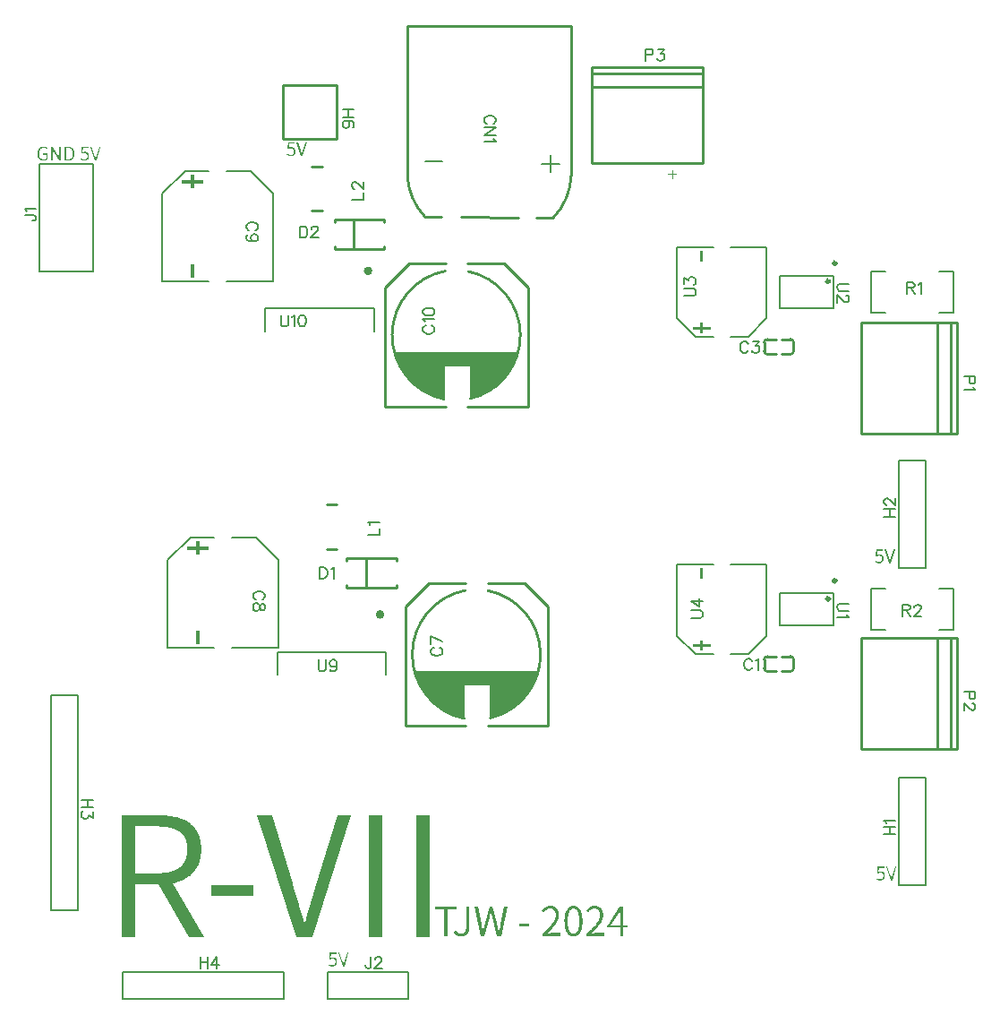
<source format=gto>
G04 Layer: TopSilkscreenLayer*
G04 EasyEDA v6.5.48, 2025-01-21 22:01:40*
G04 ce5bcd5d7360488599399ea35ca3f730,208856bd7ad64deca1bfdec547b981c7,10*
G04 Gerber Generator version 0.2*
G04 Scale: 100 percent, Rotated: No, Reflected: No *
G04 Dimensions in millimeters *
G04 leading zeros omitted , absolute positions ,4 integer and 5 decimal *
%FSLAX45Y45*%
%MOMM*%

%ADD10C,0.1524*%
%ADD11C,0.2032*%
%ADD12C,0.2540*%
%ADD13C,0.2030*%
%ADD14C,0.1500*%
%ADD15C,0.3000*%
%ADD16C,0.4000*%
%ADD17C,0.0115*%

%LPD*%
G36*
X1024128Y-7145172D02*
G01*
X1024128Y-7250582D01*
X1364284Y-7250582D01*
X1394104Y-7251395D01*
X1408379Y-7252208D01*
X1422298Y-7253325D01*
X1435811Y-7254697D01*
X1448917Y-7256373D01*
X1461617Y-7258354D01*
X1473962Y-7260640D01*
X1485849Y-7263231D01*
X1497330Y-7266127D01*
X1508404Y-7269327D01*
X1519072Y-7272883D01*
X1529334Y-7276795D01*
X1539189Y-7281011D01*
X1548587Y-7285583D01*
X1557578Y-7290511D01*
X1566164Y-7295794D01*
X1574292Y-7301433D01*
X1581962Y-7307427D01*
X1589227Y-7313828D01*
X1596085Y-7320584D01*
X1602486Y-7327747D01*
X1608429Y-7335266D01*
X1613916Y-7343190D01*
X1618996Y-7351522D01*
X1623618Y-7360259D01*
X1627784Y-7369403D01*
X1631492Y-7379004D01*
X1634744Y-7389012D01*
X1637538Y-7399426D01*
X1639874Y-7410297D01*
X1641754Y-7421575D01*
X1643176Y-7433309D01*
X1644142Y-7445502D01*
X1644599Y-7458202D01*
X1644599Y-7471054D01*
X1644142Y-7483551D01*
X1643176Y-7495692D01*
X1641754Y-7507478D01*
X1639874Y-7518857D01*
X1637538Y-7529880D01*
X1634744Y-7540498D01*
X1631492Y-7550759D01*
X1627784Y-7560716D01*
X1623618Y-7570266D01*
X1618996Y-7579410D01*
X1613916Y-7588250D01*
X1608429Y-7596733D01*
X1602486Y-7604810D01*
X1596085Y-7612532D01*
X1589227Y-7619898D01*
X1581962Y-7626908D01*
X1574292Y-7633563D01*
X1566164Y-7639862D01*
X1557578Y-7645806D01*
X1548587Y-7651394D01*
X1539189Y-7656626D01*
X1529334Y-7661503D01*
X1519072Y-7666024D01*
X1508404Y-7670190D01*
X1497330Y-7674000D01*
X1485849Y-7677454D01*
X1473962Y-7680604D01*
X1461617Y-7683347D01*
X1448917Y-7685786D01*
X1435811Y-7687818D01*
X1422298Y-7689545D01*
X1408379Y-7690916D01*
X1394104Y-7691983D01*
X1379372Y-7692644D01*
X1364284Y-7692999D01*
X1154938Y-7693050D01*
X1154938Y-7250582D01*
X1024128Y-7250582D01*
X1024128Y-8297824D01*
X1154938Y-8297824D01*
X1154938Y-7800238D01*
X1370584Y-7800238D01*
X1658874Y-8297824D01*
X1805432Y-8297824D01*
X1507744Y-7787538D01*
X1519783Y-7784693D01*
X1531620Y-7781594D01*
X1543253Y-7778242D01*
X1554632Y-7774584D01*
X1565757Y-7770723D01*
X1576679Y-7766558D01*
X1587398Y-7762138D01*
X1597812Y-7757464D01*
X1608023Y-7752537D01*
X1617929Y-7747355D01*
X1627632Y-7741869D01*
X1637030Y-7736128D01*
X1646174Y-7730083D01*
X1655064Y-7723835D01*
X1663649Y-7717281D01*
X1671980Y-7710474D01*
X1680006Y-7703362D01*
X1687779Y-7695996D01*
X1695196Y-7688376D01*
X1702358Y-7680502D01*
X1709216Y-7672324D01*
X1715770Y-7663891D01*
X1721967Y-7655153D01*
X1727911Y-7646162D01*
X1733499Y-7636916D01*
X1738731Y-7627366D01*
X1743659Y-7617561D01*
X1748282Y-7607452D01*
X1752498Y-7597089D01*
X1756410Y-7586472D01*
X1759966Y-7575550D01*
X1763166Y-7564323D01*
X1766011Y-7552893D01*
X1768500Y-7541107D01*
X1770583Y-7529068D01*
X1772361Y-7516774D01*
X1773682Y-7504175D01*
X1774698Y-7491272D01*
X1775256Y-7478115D01*
X1775460Y-7464704D01*
X1775256Y-7451242D01*
X1774748Y-7438085D01*
X1773834Y-7425334D01*
X1772615Y-7412837D01*
X1770989Y-7400747D01*
X1769059Y-7388910D01*
X1766773Y-7377430D01*
X1764182Y-7366253D01*
X1761236Y-7355433D01*
X1757934Y-7344867D01*
X1754327Y-7334656D01*
X1750415Y-7324750D01*
X1746199Y-7315098D01*
X1741627Y-7305802D01*
X1736801Y-7296759D01*
X1731619Y-7288022D01*
X1726184Y-7279589D01*
X1720443Y-7271461D01*
X1714398Y-7263587D01*
X1708048Y-7256018D01*
X1701444Y-7248753D01*
X1694535Y-7241692D01*
X1687372Y-7234986D01*
X1679905Y-7228484D01*
X1672183Y-7222286D01*
X1664207Y-7216343D01*
X1655978Y-7210653D01*
X1647494Y-7205218D01*
X1638706Y-7200087D01*
X1629714Y-7195159D01*
X1620469Y-7190486D01*
X1611020Y-7186066D01*
X1596339Y-7179919D01*
X1586280Y-7176109D01*
X1575968Y-7172553D01*
X1565452Y-7169200D01*
X1554734Y-7166102D01*
X1543761Y-7163206D01*
X1521256Y-7158126D01*
X1497888Y-7153909D01*
X1473758Y-7150557D01*
X1448917Y-7148017D01*
X1423314Y-7146290D01*
X1397050Y-7145375D01*
X1383690Y-7145172D01*
G37*
G36*
X2306066Y-7145172D02*
G01*
X2676144Y-8297824D01*
X2825750Y-8297824D01*
X3194304Y-7145172D01*
X3061970Y-7145172D01*
X2856179Y-7831378D01*
X2797606Y-8030006D01*
X2779826Y-8088731D01*
X2756408Y-8162442D01*
X2750312Y-8162442D01*
X2742184Y-8137347D01*
X2730652Y-8100720D01*
X2710891Y-8035848D01*
X2688996Y-7960969D01*
X2653385Y-7837525D01*
X2638704Y-7787589D01*
X2443226Y-7145172D01*
G37*
G36*
X3356610Y-7145172D02*
G01*
X3356610Y-8297824D01*
X3487165Y-8297824D01*
X3487165Y-7145172D01*
G37*
G36*
X3808476Y-7145172D02*
G01*
X3808476Y-8297824D01*
X3939286Y-8297824D01*
X3939286Y-7145172D01*
G37*
G36*
X1868424Y-7808112D02*
G01*
X1868424Y-7908950D01*
X2266696Y-7908950D01*
X2266696Y-7808112D01*
G37*
G36*
X5078476Y-8001152D02*
G01*
X5072126Y-8001304D01*
X5065979Y-8001914D01*
X5060086Y-8002828D01*
X5054396Y-8004098D01*
X5048859Y-8005724D01*
X5043576Y-8007654D01*
X5038394Y-8009890D01*
X5033365Y-8012430D01*
X5028539Y-8015274D01*
X5023815Y-8018373D01*
X5019192Y-8021726D01*
X5014671Y-8025333D01*
X5005933Y-8033258D01*
X4997450Y-8042046D01*
X5015738Y-8059572D01*
X5019802Y-8055000D01*
X5028488Y-8046567D01*
X5033060Y-8042757D01*
X5037785Y-8039252D01*
X5042712Y-8036102D01*
X5047742Y-8033308D01*
X5052923Y-8030972D01*
X5058257Y-8029092D01*
X5063744Y-8027720D01*
X5069382Y-8026857D01*
X5075174Y-8026552D01*
X5081727Y-8026806D01*
X5087823Y-8027670D01*
X5093462Y-8029041D01*
X5098643Y-8030921D01*
X5103418Y-8033258D01*
X5107736Y-8036052D01*
X5111648Y-8039303D01*
X5115102Y-8042960D01*
X5118150Y-8046974D01*
X5120792Y-8051393D01*
X5123027Y-8056118D01*
X5124805Y-8061147D01*
X5126228Y-8066481D01*
X5127193Y-8072069D01*
X5127802Y-8077911D01*
X5128006Y-8083956D01*
X5127650Y-8092084D01*
X5126532Y-8100415D01*
X5124653Y-8108899D01*
X5122011Y-8117586D01*
X5118608Y-8126425D01*
X5114442Y-8135518D01*
X5109464Y-8144814D01*
X5103672Y-8154365D01*
X5097068Y-8164169D01*
X5089601Y-8174228D01*
X5081371Y-8184591D01*
X5072227Y-8195259D01*
X5062270Y-8206231D01*
X5051450Y-8217560D01*
X5039715Y-8229193D01*
X5027117Y-8241182D01*
X5013655Y-8253577D01*
X4999228Y-8266328D01*
X4999228Y-8285124D01*
X5171948Y-8285124D01*
X5171948Y-8258454D01*
X5086502Y-8258454D01*
X5063388Y-8259318D01*
X5046218Y-8260740D01*
X5068011Y-8239607D01*
X5078171Y-8229244D01*
X5087823Y-8218982D01*
X5096967Y-8208772D01*
X5105603Y-8198713D01*
X5113629Y-8188706D01*
X5121046Y-8178800D01*
X5127904Y-8168944D01*
X5134102Y-8159140D01*
X5139639Y-8149437D01*
X5144516Y-8139785D01*
X5148681Y-8130184D01*
X5152186Y-8120634D01*
X5154879Y-8111083D01*
X5156860Y-8101584D01*
X5158079Y-8092135D01*
X5158486Y-8082686D01*
X5158333Y-8076590D01*
X5157876Y-8070697D01*
X5157063Y-8065008D01*
X5155996Y-8059521D01*
X5154625Y-8054238D01*
X5152948Y-8049158D01*
X5150967Y-8044281D01*
X5148732Y-8039608D01*
X5146243Y-8035239D01*
X5143449Y-8031022D01*
X5140401Y-8027111D01*
X5137048Y-8023402D01*
X5133492Y-8019999D01*
X5129631Y-8016849D01*
X5125567Y-8013953D01*
X5121249Y-8011312D01*
X5116677Y-8008975D01*
X5111851Y-8006943D01*
X5106873Y-8005216D01*
X5101590Y-8003743D01*
X5096154Y-8002625D01*
X5090464Y-8001812D01*
X5084572Y-8001304D01*
G37*
G36*
X5296154Y-8001152D02*
G01*
X5291277Y-8001253D01*
X5286502Y-8001660D01*
X5281879Y-8002371D01*
X5277358Y-8003336D01*
X5272989Y-8004556D01*
X5268722Y-8006080D01*
X5264556Y-8007858D01*
X5260543Y-8009940D01*
X5256682Y-8012277D01*
X5252923Y-8014919D01*
X5249367Y-8017814D01*
X5245862Y-8021015D01*
X5239410Y-8028228D01*
X5236362Y-8032292D01*
X5230774Y-8041182D01*
X5225846Y-8051241D01*
X5221528Y-8062468D01*
X5217871Y-8074812D01*
X5214924Y-8088274D01*
X5212689Y-8102955D01*
X5211165Y-8118754D01*
X5210403Y-8135721D01*
X5210302Y-8144662D01*
X5240528Y-8144662D01*
X5240629Y-8134705D01*
X5241544Y-8116163D01*
X5243322Y-8099450D01*
X5244541Y-8091779D01*
X5247538Y-8077809D01*
X5249367Y-8071459D01*
X5251348Y-8065516D01*
X5253532Y-8060080D01*
X5255869Y-8055000D01*
X5258409Y-8050377D01*
X5261102Y-8046212D01*
X5263946Y-8042402D01*
X5266944Y-8039049D01*
X5270093Y-8036102D01*
X5273446Y-8033512D01*
X5276900Y-8031378D01*
X5280456Y-8029600D01*
X5284216Y-8028279D01*
X5288076Y-8027314D01*
X5292039Y-8026704D01*
X5296154Y-8026552D01*
X5300167Y-8026704D01*
X5304129Y-8027314D01*
X5307888Y-8028279D01*
X5311597Y-8029600D01*
X5315102Y-8031378D01*
X5318506Y-8033512D01*
X5321757Y-8036102D01*
X5324856Y-8039049D01*
X5327853Y-8042402D01*
X5330647Y-8046212D01*
X5333288Y-8050377D01*
X5335727Y-8055000D01*
X5338064Y-8060080D01*
X5340197Y-8065516D01*
X5342128Y-8071459D01*
X5343906Y-8077809D01*
X5345480Y-8084566D01*
X5346852Y-8091779D01*
X5348020Y-8099450D01*
X5349748Y-8116163D01*
X5350662Y-8134705D01*
X5350662Y-8154771D01*
X5349748Y-8173669D01*
X5348020Y-8190636D01*
X5346852Y-8198459D01*
X5345480Y-8205825D01*
X5343906Y-8212734D01*
X5342128Y-8219186D01*
X5340197Y-8225180D01*
X5338064Y-8230717D01*
X5335727Y-8235848D01*
X5333288Y-8240572D01*
X5330647Y-8244840D01*
X5327853Y-8248700D01*
X5324856Y-8252104D01*
X5321757Y-8255101D01*
X5318506Y-8257692D01*
X5315102Y-8259876D01*
X5311597Y-8261654D01*
X5307888Y-8263026D01*
X5304129Y-8263991D01*
X5300167Y-8264601D01*
X5296154Y-8264804D01*
X5292039Y-8264601D01*
X5288076Y-8263991D01*
X5284216Y-8263026D01*
X5280456Y-8261654D01*
X5276900Y-8259876D01*
X5273446Y-8257692D01*
X5270093Y-8255101D01*
X5266944Y-8252104D01*
X5263946Y-8248700D01*
X5261102Y-8244840D01*
X5258409Y-8240572D01*
X5255869Y-8235848D01*
X5253532Y-8230717D01*
X5251348Y-8225180D01*
X5249367Y-8219186D01*
X5247538Y-8212734D01*
X5244541Y-8198459D01*
X5243322Y-8190636D01*
X5241544Y-8173669D01*
X5240629Y-8154771D01*
X5240528Y-8144662D01*
X5210302Y-8144662D01*
X5210708Y-8162290D01*
X5211826Y-8178850D01*
X5213705Y-8194192D01*
X5214924Y-8201456D01*
X5217871Y-8215122D01*
X5221528Y-8227618D01*
X5225846Y-8238998D01*
X5230774Y-8249208D01*
X5236362Y-8258302D01*
X5239410Y-8262416D01*
X5242560Y-8266226D01*
X5245862Y-8269782D01*
X5252923Y-8276031D01*
X5256682Y-8278723D01*
X5260543Y-8281111D01*
X5264556Y-8283244D01*
X5268722Y-8285073D01*
X5272989Y-8286648D01*
X5277358Y-8287918D01*
X5281879Y-8288934D01*
X5286502Y-8289645D01*
X5291277Y-8290052D01*
X5296154Y-8290204D01*
X5300980Y-8290052D01*
X5305704Y-8289645D01*
X5310276Y-8288934D01*
X5314746Y-8287918D01*
X5319115Y-8286648D01*
X5323332Y-8285073D01*
X5327396Y-8283244D01*
X5331358Y-8281111D01*
X5335219Y-8278723D01*
X5338927Y-8276031D01*
X5342483Y-8273034D01*
X5345887Y-8269782D01*
X5352288Y-8262416D01*
X5355285Y-8258302D01*
X5360771Y-8249208D01*
X5363311Y-8244230D01*
X5367883Y-8233460D01*
X5371795Y-8221522D01*
X5373522Y-8215122D01*
X5376418Y-8201456D01*
X5378653Y-8186674D01*
X5380126Y-8170722D01*
X5380634Y-8162290D01*
X5380990Y-8144662D01*
X5380634Y-8127136D01*
X5379466Y-8110778D01*
X5377637Y-8095538D01*
X5375046Y-8081518D01*
X5373522Y-8074914D01*
X5369915Y-8062569D01*
X5367883Y-8056829D01*
X5363311Y-8046212D01*
X5360771Y-8041284D01*
X5355285Y-8032394D01*
X5352288Y-8028330D01*
X5349138Y-8024571D01*
X5345887Y-8021116D01*
X5342483Y-8017916D01*
X5338927Y-8014970D01*
X5335219Y-8012328D01*
X5331358Y-8009991D01*
X5327396Y-8007908D01*
X5323332Y-8006130D01*
X5319115Y-8004606D01*
X5314746Y-8003336D01*
X5310276Y-8002371D01*
X5300980Y-8001253D01*
G37*
G36*
X5496814Y-8001152D02*
G01*
X5490464Y-8001304D01*
X5484317Y-8001914D01*
X5478424Y-8002828D01*
X5472734Y-8004098D01*
X5467197Y-8005724D01*
X5461914Y-8007654D01*
X5456732Y-8009890D01*
X5451754Y-8012430D01*
X5446877Y-8015274D01*
X5442153Y-8018373D01*
X5437530Y-8021726D01*
X5433009Y-8025333D01*
X5424271Y-8033258D01*
X5415788Y-8042046D01*
X5433822Y-8059572D01*
X5442153Y-8050682D01*
X5446623Y-8046567D01*
X5451195Y-8042757D01*
X5455970Y-8039252D01*
X5460847Y-8036102D01*
X5465927Y-8033308D01*
X5471109Y-8030972D01*
X5476494Y-8029092D01*
X5481929Y-8027720D01*
X5487517Y-8026857D01*
X5493258Y-8026552D01*
X5499862Y-8026806D01*
X5505958Y-8027670D01*
X5511647Y-8029041D01*
X5516880Y-8030921D01*
X5521655Y-8033258D01*
X5526024Y-8036052D01*
X5529935Y-8039303D01*
X5533440Y-8042960D01*
X5536488Y-8046974D01*
X5539130Y-8051393D01*
X5541365Y-8056118D01*
X5543143Y-8061147D01*
X5544566Y-8066481D01*
X5545531Y-8072069D01*
X5546140Y-8077911D01*
X5546344Y-8083956D01*
X5545988Y-8092084D01*
X5544870Y-8100415D01*
X5542991Y-8108899D01*
X5540349Y-8117586D01*
X5536946Y-8126425D01*
X5532780Y-8135518D01*
X5527802Y-8144814D01*
X5522010Y-8154365D01*
X5515406Y-8164169D01*
X5507939Y-8174228D01*
X5499709Y-8184591D01*
X5490565Y-8195259D01*
X5480608Y-8206231D01*
X5469788Y-8217560D01*
X5458053Y-8229193D01*
X5445455Y-8241182D01*
X5431993Y-8253577D01*
X5417566Y-8266328D01*
X5417566Y-8285124D01*
X5590286Y-8285124D01*
X5590286Y-8258454D01*
X5504637Y-8258454D01*
X5481726Y-8259318D01*
X5464556Y-8260740D01*
X5486349Y-8239607D01*
X5496509Y-8229244D01*
X5506161Y-8218982D01*
X5515305Y-8208772D01*
X5523941Y-8198713D01*
X5531967Y-8188706D01*
X5539384Y-8178800D01*
X5546191Y-8168944D01*
X5552440Y-8159140D01*
X5557977Y-8149437D01*
X5562854Y-8139785D01*
X5567019Y-8130184D01*
X5570524Y-8120634D01*
X5573217Y-8111083D01*
X5575198Y-8101584D01*
X5576417Y-8092135D01*
X5576824Y-8082686D01*
X5576671Y-8076590D01*
X5576214Y-8070697D01*
X5575401Y-8065008D01*
X5574334Y-8059521D01*
X5572963Y-8054238D01*
X5571286Y-8049158D01*
X5569305Y-8044281D01*
X5567070Y-8039608D01*
X5564581Y-8035239D01*
X5561787Y-8031022D01*
X5558739Y-8027111D01*
X5555386Y-8023402D01*
X5551830Y-8019999D01*
X5547969Y-8016849D01*
X5543905Y-8013953D01*
X5539587Y-8011312D01*
X5535015Y-8008975D01*
X5530189Y-8006943D01*
X5525211Y-8005216D01*
X5519928Y-8003743D01*
X5514492Y-8002625D01*
X5508802Y-8001812D01*
X5502910Y-8001304D01*
G37*
G36*
X3987292Y-8006232D02*
G01*
X3987292Y-8032902D01*
X4072128Y-8032902D01*
X4072128Y-8285124D01*
X4104386Y-8285124D01*
X4104386Y-8032902D01*
X4189476Y-8032902D01*
X4189476Y-8006232D01*
G37*
G36*
X4279900Y-8006232D02*
G01*
X4279900Y-8201812D01*
X4279696Y-8209534D01*
X4279188Y-8216696D01*
X4278274Y-8223300D01*
X4277055Y-8229346D01*
X4275429Y-8234832D01*
X4273448Y-8239810D01*
X4271111Y-8244230D01*
X4268419Y-8248142D01*
X4265320Y-8251545D01*
X4261916Y-8254441D01*
X4258106Y-8256879D01*
X4253992Y-8258860D01*
X4249420Y-8260334D01*
X4244543Y-8261400D01*
X4239310Y-8262061D01*
X4233672Y-8262264D01*
X4228541Y-8262061D01*
X4223664Y-8261502D01*
X4218940Y-8260537D01*
X4214418Y-8259165D01*
X4210050Y-8257336D01*
X4205833Y-8255050D01*
X4201871Y-8252307D01*
X4198010Y-8249056D01*
X4194301Y-8245297D01*
X4190796Y-8241030D01*
X4187393Y-8236153D01*
X4184142Y-8230768D01*
X4161536Y-8246770D01*
X4164634Y-8251952D01*
X4167936Y-8256778D01*
X4171442Y-8261350D01*
X4175150Y-8265566D01*
X4179112Y-8269427D01*
X4183227Y-8272983D01*
X4187596Y-8276234D01*
X4192168Y-8279130D01*
X4196892Y-8281720D01*
X4201922Y-8283956D01*
X4207103Y-8285835D01*
X4212539Y-8287410D01*
X4218178Y-8288629D01*
X4224070Y-8289493D01*
X4230166Y-8290001D01*
X4236466Y-8290204D01*
X4243019Y-8290001D01*
X4249216Y-8289391D01*
X4255058Y-8288477D01*
X4260646Y-8287156D01*
X4265879Y-8285480D01*
X4270806Y-8283498D01*
X4275378Y-8281162D01*
X4279696Y-8278571D01*
X4283710Y-8275624D01*
X4287469Y-8272424D01*
X4290872Y-8268970D01*
X4294022Y-8265210D01*
X4296918Y-8261248D01*
X4299508Y-8257031D01*
X4301794Y-8252612D01*
X4303877Y-8247989D01*
X4307230Y-8238134D01*
X4309567Y-8227568D01*
X4310380Y-8222081D01*
X4311294Y-8210702D01*
X4311396Y-8006232D01*
G37*
G36*
X4359402Y-8006232D02*
G01*
X4419600Y-8285124D01*
X4456684Y-8285124D01*
X4500118Y-8111388D01*
X4504893Y-8090103D01*
X4511040Y-8064144D01*
X4514596Y-8048142D01*
X4516120Y-8048142D01*
X4529836Y-8111388D01*
X4574286Y-8285124D01*
X4611624Y-8285124D01*
X4670552Y-8006232D01*
X4640326Y-8006232D01*
X4608271Y-8166963D01*
X4593082Y-8251596D01*
X4591050Y-8251596D01*
X4570476Y-8161426D01*
X4530598Y-8006232D01*
X4501134Y-8006232D01*
X4461510Y-8161426D01*
X4446270Y-8228787D01*
X4441444Y-8251596D01*
X4439920Y-8251596D01*
X4423968Y-8166963D01*
X4391914Y-8006232D01*
G37*
G36*
X5735320Y-8006232D02*
G01*
X5619534Y-8182762D01*
X5649976Y-8182762D01*
X5717286Y-8082686D01*
X5731408Y-8057540D01*
X5739384Y-8042554D01*
X5741416Y-8042554D01*
X5740501Y-8054136D01*
X5739333Y-8080349D01*
X5739130Y-8091830D01*
X5739130Y-8182762D01*
X5619534Y-8182762D01*
X5616702Y-8187080D01*
X5616702Y-8207400D01*
X5739130Y-8207400D01*
X5739130Y-8285124D01*
X5768340Y-8285124D01*
X5768340Y-8207400D01*
X5806440Y-8207400D01*
X5806440Y-8182762D01*
X5768340Y-8182762D01*
X5768340Y-8006232D01*
G37*
G36*
X4783836Y-8166760D02*
G01*
X4783836Y-8191144D01*
X4880356Y-8191144D01*
X4880356Y-8166760D01*
G37*
G36*
X285496Y-824636D02*
G01*
X279196Y-824941D01*
X273100Y-825804D01*
X267309Y-827278D01*
X261772Y-829259D01*
X256590Y-831850D01*
X251714Y-834948D01*
X247192Y-838555D01*
X243027Y-842670D01*
X239318Y-847293D01*
X236016Y-852373D01*
X233121Y-857961D01*
X230733Y-863955D01*
X228854Y-870407D01*
X227431Y-877265D01*
X226618Y-884529D01*
X226314Y-892200D01*
X226567Y-899871D01*
X227431Y-907186D01*
X228752Y-914044D01*
X230632Y-920496D01*
X232968Y-926490D01*
X235762Y-932027D01*
X238963Y-937056D01*
X242620Y-941628D01*
X246684Y-945743D01*
X251104Y-949299D01*
X255930Y-952398D01*
X261010Y-954887D01*
X266496Y-956919D01*
X272186Y-958342D01*
X278231Y-959205D01*
X284480Y-959510D01*
X290779Y-959205D01*
X296773Y-958392D01*
X302412Y-957122D01*
X307644Y-955344D01*
X312420Y-953160D01*
X316788Y-950620D01*
X320700Y-947724D01*
X324104Y-944524D01*
X324104Y-890676D01*
X282194Y-890676D01*
X282194Y-902868D01*
X310388Y-902868D01*
X310388Y-938428D01*
X305663Y-941832D01*
X299770Y-944371D01*
X293014Y-945997D01*
X285750Y-946556D01*
X278942Y-946099D01*
X272694Y-944829D01*
X266954Y-942695D01*
X261772Y-939800D01*
X257149Y-936142D01*
X253085Y-931773D01*
X249631Y-926693D01*
X246735Y-920902D01*
X244500Y-914501D01*
X242874Y-907491D01*
X241909Y-899871D01*
X241554Y-891692D01*
X241909Y-883615D01*
X242976Y-876147D01*
X244652Y-869238D01*
X247040Y-862939D01*
X249986Y-857250D01*
X253542Y-852271D01*
X257657Y-847953D01*
X262331Y-844397D01*
X267462Y-841552D01*
X273151Y-839520D01*
X279247Y-838250D01*
X285750Y-837844D01*
X294995Y-838758D01*
X302666Y-841400D01*
X309067Y-845312D01*
X314452Y-850290D01*
X322580Y-840638D01*
X319582Y-837742D01*
X316179Y-834898D01*
X312318Y-832205D01*
X307949Y-829767D01*
X303123Y-827684D01*
X297738Y-826058D01*
X291896Y-824992D01*
G37*
G36*
X355600Y-827176D02*
G01*
X355600Y-957224D01*
X369570Y-957224D01*
X369519Y-880821D01*
X368706Y-860907D01*
X367792Y-846226D01*
X368554Y-846226D01*
X382778Y-872896D01*
X431800Y-957224D01*
X447040Y-957224D01*
X447040Y-827176D01*
X433070Y-827176D01*
X433120Y-902512D01*
X433425Y-912672D01*
X434848Y-937920D01*
X434085Y-937920D01*
X420116Y-911250D01*
X370840Y-827176D01*
G37*
G36*
X483362Y-827176D02*
G01*
X483362Y-839114D01*
X514096Y-839114D01*
X519836Y-839317D01*
X525170Y-839978D01*
X530148Y-841095D01*
X534720Y-842619D01*
X538937Y-844600D01*
X542798Y-846937D01*
X546303Y-849731D01*
X549402Y-852932D01*
X552145Y-856487D01*
X554532Y-860399D01*
X556514Y-864717D01*
X558190Y-869442D01*
X559460Y-874471D01*
X560374Y-879856D01*
X560882Y-885596D01*
X561086Y-891692D01*
X560882Y-897737D01*
X560374Y-903528D01*
X559460Y-908964D01*
X558190Y-914044D01*
X556514Y-918768D01*
X554532Y-923188D01*
X552145Y-927201D01*
X549402Y-930808D01*
X546303Y-934059D01*
X542798Y-936904D01*
X538937Y-939342D01*
X534720Y-941374D01*
X530148Y-942949D01*
X525170Y-944067D01*
X519836Y-944778D01*
X514096Y-945032D01*
X498093Y-945032D01*
X498093Y-839114D01*
X483362Y-839114D01*
X483362Y-957224D01*
X515874Y-957224D01*
X523036Y-956919D01*
X529742Y-956056D01*
X536041Y-954684D01*
X541883Y-952703D01*
X547268Y-950264D01*
X552246Y-947267D01*
X556717Y-943762D01*
X560730Y-939800D01*
X564286Y-935329D01*
X567385Y-930402D01*
X570026Y-925017D01*
X572211Y-919175D01*
X573887Y-912926D01*
X575106Y-906221D01*
X575818Y-899160D01*
X576072Y-891692D01*
X575818Y-884224D01*
X575106Y-877163D01*
X573887Y-870559D01*
X572211Y-864362D01*
X570026Y-858570D01*
X567385Y-853287D01*
X564286Y-848461D01*
X560679Y-844092D01*
X556615Y-840181D01*
X552094Y-836777D01*
X547116Y-833882D01*
X541680Y-831494D01*
X535787Y-829614D01*
X529437Y-828243D01*
X522630Y-827430D01*
X515366Y-827176D01*
G37*
G36*
X645922Y-827176D02*
G01*
X641604Y-887628D01*
X649732Y-892454D01*
X655066Y-889152D01*
X660196Y-886714D01*
X665683Y-885139D01*
X671830Y-884580D01*
X677824Y-885088D01*
X683260Y-886714D01*
X688035Y-889304D01*
X692099Y-892810D01*
X695350Y-897280D01*
X697738Y-902563D01*
X699262Y-908659D01*
X699770Y-915568D01*
X699160Y-922528D01*
X697484Y-928776D01*
X694842Y-934212D01*
X691337Y-938784D01*
X687070Y-942390D01*
X682193Y-945083D01*
X676808Y-946759D01*
X671068Y-947318D01*
X665530Y-947013D01*
X660501Y-946099D01*
X655929Y-944727D01*
X651764Y-942898D01*
X648004Y-940714D01*
X644550Y-938174D01*
X641451Y-935482D01*
X638556Y-932586D01*
X631190Y-942238D01*
X634695Y-945540D01*
X638505Y-948690D01*
X642772Y-951585D01*
X647496Y-954176D01*
X652729Y-956360D01*
X658571Y-958037D01*
X665124Y-959103D01*
X672338Y-959510D01*
X677722Y-959154D01*
X682955Y-958138D01*
X687984Y-956513D01*
X692810Y-954227D01*
X697280Y-951331D01*
X701395Y-947826D01*
X705053Y-943762D01*
X708202Y-939088D01*
X710742Y-933907D01*
X712622Y-928116D01*
X713841Y-921867D01*
X714248Y-915060D01*
X713892Y-908202D01*
X712876Y-902004D01*
X711200Y-896416D01*
X708914Y-891489D01*
X706120Y-887171D01*
X702818Y-883462D01*
X699058Y-880313D01*
X694944Y-877824D01*
X690473Y-875842D01*
X685698Y-874471D01*
X680618Y-873658D01*
X675386Y-873404D01*
X669645Y-873810D01*
X664464Y-874928D01*
X659688Y-876706D01*
X655066Y-878992D01*
X658622Y-839622D01*
X708152Y-839622D01*
X708152Y-827176D01*
G37*
G36*
X724154Y-827176D02*
G01*
X766064Y-957224D01*
X782828Y-957224D01*
X824484Y-827176D01*
X809498Y-827176D01*
X776782Y-936396D01*
X774954Y-941984D01*
X774446Y-941984D01*
X767791Y-920496D01*
X761492Y-898804D01*
X739648Y-827176D01*
G37*
G36*
X2991358Y-8442452D02*
G01*
X2987294Y-8502904D01*
X2995168Y-8507730D01*
X3000603Y-8504478D01*
X3005734Y-8501989D01*
X3011119Y-8500414D01*
X3017266Y-8499856D01*
X3023362Y-8500414D01*
X3028797Y-8501989D01*
X3033572Y-8504580D01*
X3037636Y-8508136D01*
X3040837Y-8512556D01*
X3043224Y-8517839D01*
X3044698Y-8523986D01*
X3045206Y-8530844D01*
X3044596Y-8537803D01*
X3042920Y-8544052D01*
X3040278Y-8549487D01*
X3036773Y-8554059D01*
X3032506Y-8557717D01*
X3027629Y-8560358D01*
X3022244Y-8562035D01*
X3016504Y-8562594D01*
X3005937Y-8561374D01*
X2997301Y-8558174D01*
X2990088Y-8553500D01*
X2983992Y-8547862D01*
X2976880Y-8557514D01*
X2980283Y-8560816D01*
X2984093Y-8563965D01*
X2988310Y-8566861D01*
X2993034Y-8569502D01*
X2998317Y-8571687D01*
X3004108Y-8573312D01*
X3010611Y-8574430D01*
X3017774Y-8574786D01*
X3023158Y-8574430D01*
X3028391Y-8573465D01*
X3033471Y-8571788D01*
X3038297Y-8569502D01*
X3042818Y-8566607D01*
X3046933Y-8563152D01*
X3050641Y-8559038D01*
X3053791Y-8554415D01*
X3056382Y-8549182D01*
X3058312Y-8543442D01*
X3059531Y-8537143D01*
X3059938Y-8530336D01*
X3059582Y-8523478D01*
X3058515Y-8517280D01*
X3056839Y-8511743D01*
X3054604Y-8506764D01*
X3051759Y-8502446D01*
X3048457Y-8498738D01*
X3044698Y-8495639D01*
X3040583Y-8493099D01*
X3036062Y-8491169D01*
X3031236Y-8489797D01*
X3026105Y-8488934D01*
X3020822Y-8488680D01*
X3015081Y-8489086D01*
X3009900Y-8490254D01*
X3005124Y-8491982D01*
X3000502Y-8494268D01*
X3004058Y-8454898D01*
X3053588Y-8454898D01*
X3053588Y-8442452D01*
G37*
G36*
X3069844Y-8442452D02*
G01*
X3111500Y-8572500D01*
X3128518Y-8572500D01*
X3170174Y-8442452D01*
X3155188Y-8442452D01*
X3122472Y-8551672D01*
X3120644Y-8557260D01*
X3119882Y-8557260D01*
X3107182Y-8514080D01*
X3085338Y-8442452D01*
G37*
G36*
X8172958Y-7629652D02*
G01*
X8168894Y-7690103D01*
X8176768Y-7694930D01*
X8182203Y-7691678D01*
X8187334Y-7689189D01*
X8192719Y-7687614D01*
X8198866Y-7687056D01*
X8204962Y-7687614D01*
X8210397Y-7689189D01*
X8215172Y-7691780D01*
X8219236Y-7695336D01*
X8222437Y-7699756D01*
X8224824Y-7705039D01*
X8226298Y-7711186D01*
X8226806Y-7718044D01*
X8226196Y-7725003D01*
X8224520Y-7731252D01*
X8221878Y-7736687D01*
X8218373Y-7741259D01*
X8214106Y-7744917D01*
X8209229Y-7747558D01*
X8203844Y-7749235D01*
X8198103Y-7749794D01*
X8187537Y-7748574D01*
X8178901Y-7745374D01*
X8171688Y-7740700D01*
X8165592Y-7735062D01*
X8158480Y-7744714D01*
X8161883Y-7748016D01*
X8165693Y-7751165D01*
X8169909Y-7754061D01*
X8174634Y-7756702D01*
X8179917Y-7758887D01*
X8185708Y-7760512D01*
X8192211Y-7761630D01*
X8199374Y-7761986D01*
X8204758Y-7761630D01*
X8209991Y-7760665D01*
X8215071Y-7758988D01*
X8219897Y-7756702D01*
X8224418Y-7753807D01*
X8228533Y-7750352D01*
X8232241Y-7746238D01*
X8235391Y-7741615D01*
X8237981Y-7736382D01*
X8239912Y-7730642D01*
X8241131Y-7724343D01*
X8241538Y-7717536D01*
X8241182Y-7710678D01*
X8240115Y-7704480D01*
X8238439Y-7698943D01*
X8236203Y-7693964D01*
X8233359Y-7689646D01*
X8230057Y-7685938D01*
X8226298Y-7682839D01*
X8222183Y-7680299D01*
X8217662Y-7678369D01*
X8212836Y-7676997D01*
X8207705Y-7676134D01*
X8202422Y-7675880D01*
X8196681Y-7676286D01*
X8191500Y-7677454D01*
X8186724Y-7679181D01*
X8182102Y-7681468D01*
X8185658Y-7642098D01*
X8235188Y-7642098D01*
X8235188Y-7629652D01*
G37*
G36*
X8251444Y-7629652D02*
G01*
X8293100Y-7759700D01*
X8310118Y-7759700D01*
X8351774Y-7629652D01*
X8336788Y-7629652D01*
X8304072Y-7738872D01*
X8302244Y-7744459D01*
X8301481Y-7744459D01*
X8288781Y-7701280D01*
X8266938Y-7629652D01*
G37*
G36*
X8160258Y-4632452D02*
G01*
X8156194Y-4692904D01*
X8164068Y-4697730D01*
X8169503Y-4694478D01*
X8174634Y-4691989D01*
X8180019Y-4690414D01*
X8186166Y-4689856D01*
X8192262Y-4690414D01*
X8197697Y-4691989D01*
X8202472Y-4694580D01*
X8206536Y-4698136D01*
X8209737Y-4702556D01*
X8212124Y-4707839D01*
X8213598Y-4713986D01*
X8214106Y-4720844D01*
X8213496Y-4727803D01*
X8211820Y-4734052D01*
X8209178Y-4739487D01*
X8205673Y-4744059D01*
X8201406Y-4747717D01*
X8196529Y-4750358D01*
X8191144Y-4752035D01*
X8185403Y-4752594D01*
X8174837Y-4751374D01*
X8166201Y-4748174D01*
X8158988Y-4743500D01*
X8152892Y-4737862D01*
X8145780Y-4747514D01*
X8149183Y-4750816D01*
X8152993Y-4753965D01*
X8157209Y-4756861D01*
X8161934Y-4759502D01*
X8167217Y-4761687D01*
X8173008Y-4763312D01*
X8179511Y-4764430D01*
X8186674Y-4764786D01*
X8192058Y-4764430D01*
X8197291Y-4763465D01*
X8202371Y-4761788D01*
X8207197Y-4759502D01*
X8211718Y-4756607D01*
X8215833Y-4753152D01*
X8219541Y-4749038D01*
X8222691Y-4744415D01*
X8225281Y-4739182D01*
X8227212Y-4733442D01*
X8228431Y-4727143D01*
X8228838Y-4720336D01*
X8228482Y-4713478D01*
X8227415Y-4707280D01*
X8225739Y-4701743D01*
X8223503Y-4696764D01*
X8220659Y-4692446D01*
X8217357Y-4688738D01*
X8213598Y-4685639D01*
X8209483Y-4683099D01*
X8204962Y-4681169D01*
X8200136Y-4679797D01*
X8195005Y-4678934D01*
X8189722Y-4678680D01*
X8183981Y-4679086D01*
X8178800Y-4680254D01*
X8174024Y-4681982D01*
X8169402Y-4684268D01*
X8172958Y-4644898D01*
X8222488Y-4644898D01*
X8222488Y-4632452D01*
G37*
G36*
X8238744Y-4632452D02*
G01*
X8280400Y-4762500D01*
X8297418Y-4762500D01*
X8339074Y-4632452D01*
X8324088Y-4632452D01*
X8291372Y-4741672D01*
X8289544Y-4747260D01*
X8288781Y-4747260D01*
X8276081Y-4704080D01*
X8254238Y-4632452D01*
G37*
G36*
X6227826Y-1045718D02*
G01*
X6227826Y-1084834D01*
X6191758Y-1084834D01*
X6191758Y-1095756D01*
X6227826Y-1095756D01*
X6227826Y-1134872D01*
X6239764Y-1134872D01*
X6239764Y-1095756D01*
X6275832Y-1095756D01*
X6275832Y-1084834D01*
X6239764Y-1084834D01*
X6239764Y-1045718D01*
G37*
G36*
X2597658Y-784352D02*
G01*
X2593594Y-844803D01*
X2601468Y-849630D01*
X2606903Y-846378D01*
X2612034Y-843889D01*
X2617419Y-842314D01*
X2623566Y-841756D01*
X2629662Y-842314D01*
X2635097Y-843889D01*
X2639872Y-846480D01*
X2643936Y-850036D01*
X2647137Y-854456D01*
X2649524Y-859739D01*
X2650998Y-865886D01*
X2651506Y-872744D01*
X2650896Y-879703D01*
X2649220Y-885952D01*
X2646578Y-891387D01*
X2643073Y-895959D01*
X2638806Y-899617D01*
X2633929Y-902258D01*
X2628544Y-903935D01*
X2622804Y-904494D01*
X2612237Y-903274D01*
X2603601Y-900074D01*
X2596388Y-895400D01*
X2590292Y-889762D01*
X2583180Y-899414D01*
X2586583Y-902716D01*
X2590393Y-905865D01*
X2594610Y-908761D01*
X2599334Y-911402D01*
X2604617Y-913587D01*
X2610408Y-915212D01*
X2616911Y-916330D01*
X2624074Y-916686D01*
X2629458Y-916330D01*
X2634691Y-915365D01*
X2639771Y-913688D01*
X2644597Y-911402D01*
X2649118Y-908507D01*
X2653233Y-905052D01*
X2656941Y-900937D01*
X2660091Y-896315D01*
X2662682Y-891082D01*
X2664612Y-885342D01*
X2665831Y-879043D01*
X2666238Y-872236D01*
X2665882Y-865378D01*
X2664815Y-859180D01*
X2663139Y-853643D01*
X2660904Y-848664D01*
X2658059Y-844346D01*
X2654757Y-840638D01*
X2650998Y-837539D01*
X2646883Y-834999D01*
X2642362Y-833069D01*
X2637536Y-831697D01*
X2632405Y-830834D01*
X2627122Y-830580D01*
X2621381Y-830986D01*
X2616200Y-832154D01*
X2611424Y-833882D01*
X2606802Y-836168D01*
X2610358Y-796798D01*
X2659888Y-796798D01*
X2659888Y-784352D01*
G37*
G36*
X2676144Y-784352D02*
G01*
X2717800Y-914400D01*
X2734818Y-914400D01*
X2776474Y-784352D01*
X2761488Y-784352D01*
X2728772Y-893571D01*
X2726944Y-899160D01*
X2726182Y-899160D01*
X2713482Y-855980D01*
X2691638Y-784352D01*
G37*
D10*
X6986777Y-5689092D02*
G01*
X6981443Y-5678678D01*
X6971029Y-5668263D01*
X6960870Y-5663184D01*
X6940041Y-5663184D01*
X6929627Y-5668263D01*
X6919213Y-5678678D01*
X6913879Y-5689092D01*
X6908800Y-5704839D01*
X6908800Y-5730747D01*
X6913879Y-5746242D01*
X6919213Y-5756655D01*
X6929627Y-5767070D01*
X6940041Y-5772150D01*
X6960870Y-5772150D01*
X6971029Y-5767070D01*
X6981443Y-5756655D01*
X6986777Y-5746242D01*
X7021068Y-5684012D02*
G01*
X7031481Y-5678678D01*
X7046975Y-5663184D01*
X7046975Y-5772150D01*
X6948677Y-2691892D02*
G01*
X6943343Y-2681478D01*
X6932929Y-2671063D01*
X6922770Y-2665984D01*
X6901941Y-2665984D01*
X6891527Y-2671063D01*
X6881113Y-2681478D01*
X6875779Y-2691892D01*
X6870700Y-2707639D01*
X6870700Y-2733547D01*
X6875779Y-2749042D01*
X6881113Y-2759455D01*
X6891527Y-2769870D01*
X6901941Y-2774950D01*
X6922770Y-2774950D01*
X6932929Y-2769870D01*
X6943343Y-2759455D01*
X6948677Y-2749042D01*
X6993381Y-2665984D02*
G01*
X7050531Y-2665984D01*
X7019290Y-2707639D01*
X7034784Y-2707639D01*
X7045197Y-2712720D01*
X7050531Y-2717800D01*
X7055611Y-2733547D01*
X7055611Y-2743962D01*
X7050531Y-2759455D01*
X7040118Y-2769870D01*
X7024370Y-2774950D01*
X7008875Y-2774950D01*
X6993381Y-2769870D01*
X6988047Y-2764789D01*
X6982968Y-2754376D01*
X3974591Y-5560821D02*
G01*
X3964177Y-5566155D01*
X3953763Y-5576570D01*
X3948684Y-5586729D01*
X3948684Y-5607557D01*
X3953763Y-5617971D01*
X3964177Y-5628386D01*
X3974591Y-5633720D01*
X3990340Y-5638800D01*
X4016247Y-5638800D01*
X4031741Y-5633720D01*
X4042156Y-5628386D01*
X4052570Y-5617971D01*
X4057650Y-5607557D01*
X4057650Y-5586729D01*
X4052570Y-5576570D01*
X4042156Y-5566155D01*
X4031741Y-5560821D01*
X3948684Y-5453887D02*
G01*
X4057650Y-5505704D01*
X3948684Y-5526531D02*
G01*
X3948684Y-5453887D01*
X3898391Y-2517531D02*
G01*
X3887977Y-2522865D01*
X3877563Y-2533279D01*
X3872484Y-2543439D01*
X3872484Y-2564267D01*
X3877563Y-2574681D01*
X3887977Y-2585095D01*
X3898391Y-2590429D01*
X3914140Y-2595509D01*
X3940047Y-2595509D01*
X3955541Y-2590429D01*
X3965956Y-2585095D01*
X3976370Y-2574681D01*
X3981450Y-2564267D01*
X3981450Y-2543439D01*
X3976370Y-2533279D01*
X3965956Y-2522865D01*
X3955541Y-2517531D01*
X3893311Y-2483241D02*
G01*
X3887977Y-2472827D01*
X3872484Y-2457333D01*
X3981450Y-2457333D01*
X3872484Y-2391801D02*
G01*
X3877563Y-2407549D01*
X3893311Y-2417709D01*
X3919220Y-2423043D01*
X3934713Y-2423043D01*
X3960875Y-2417709D01*
X3976370Y-2407549D01*
X3981450Y-2391801D01*
X3981450Y-2381387D01*
X3976370Y-2365893D01*
X3960875Y-2355479D01*
X3934713Y-2350399D01*
X3919220Y-2350399D01*
X3893311Y-2355479D01*
X3877563Y-2365893D01*
X3872484Y-2381387D01*
X3872484Y-2391801D01*
X2350008Y-5107178D02*
G01*
X2360422Y-5101844D01*
X2370836Y-5091429D01*
X2375915Y-5081270D01*
X2375915Y-5060442D01*
X2370836Y-5050028D01*
X2360422Y-5039613D01*
X2350008Y-5034279D01*
X2334259Y-5029200D01*
X2308352Y-5029200D01*
X2292858Y-5034279D01*
X2282443Y-5039613D01*
X2272029Y-5050028D01*
X2266950Y-5060442D01*
X2266950Y-5081270D01*
X2272029Y-5091429D01*
X2282443Y-5101844D01*
X2292858Y-5107178D01*
X2375915Y-5167376D02*
G01*
X2370836Y-5151881D01*
X2360422Y-5146547D01*
X2350008Y-5146547D01*
X2339593Y-5151881D01*
X2334259Y-5162295D01*
X2329179Y-5182870D01*
X2324100Y-5198618D01*
X2313686Y-5209031D01*
X2303272Y-5214112D01*
X2287524Y-5214112D01*
X2277109Y-5209031D01*
X2272029Y-5203697D01*
X2266950Y-5188204D01*
X2266950Y-5167376D01*
X2272029Y-5151881D01*
X2277109Y-5146547D01*
X2287524Y-5141468D01*
X2303272Y-5141468D01*
X2313686Y-5146547D01*
X2324100Y-5156962D01*
X2329179Y-5172710D01*
X2334259Y-5193284D01*
X2339593Y-5203697D01*
X2350008Y-5209031D01*
X2360422Y-5209031D01*
X2370836Y-5203697D01*
X2375915Y-5188204D01*
X2375915Y-5167376D01*
X2286508Y-1619387D02*
G01*
X2296922Y-1614053D01*
X2307336Y-1603639D01*
X2312415Y-1593479D01*
X2312415Y-1572651D01*
X2307336Y-1562237D01*
X2296922Y-1551823D01*
X2286508Y-1546489D01*
X2270759Y-1541409D01*
X2244852Y-1541409D01*
X2229358Y-1546489D01*
X2218943Y-1551823D01*
X2208529Y-1562237D01*
X2203450Y-1572651D01*
X2203450Y-1593479D01*
X2208529Y-1603639D01*
X2218943Y-1614053D01*
X2229358Y-1619387D01*
X2276093Y-1721241D02*
G01*
X2260600Y-1715907D01*
X2250186Y-1705493D01*
X2244852Y-1689999D01*
X2244852Y-1684919D01*
X2250186Y-1669171D01*
X2260600Y-1658757D01*
X2276093Y-1653677D01*
X2281174Y-1653677D01*
X2296922Y-1658757D01*
X2307336Y-1669171D01*
X2312415Y-1684919D01*
X2312415Y-1689999D01*
X2307336Y-1705493D01*
X2296922Y-1715907D01*
X2276093Y-1721241D01*
X2250186Y-1721241D01*
X2224024Y-1715907D01*
X2208529Y-1705493D01*
X2203450Y-1689999D01*
X2203450Y-1679585D01*
X2208529Y-1664091D01*
X2218943Y-1658757D01*
X4534408Y-611378D02*
G01*
X4544822Y-606044D01*
X4555236Y-595629D01*
X4560315Y-585470D01*
X4560315Y-564642D01*
X4555236Y-554228D01*
X4544822Y-543813D01*
X4534408Y-538479D01*
X4518659Y-533400D01*
X4492752Y-533400D01*
X4477258Y-538479D01*
X4466843Y-543813D01*
X4456429Y-554228D01*
X4451350Y-564642D01*
X4451350Y-585470D01*
X4456429Y-595629D01*
X4466843Y-606044D01*
X4477258Y-611378D01*
X4560315Y-645668D02*
G01*
X4451350Y-645668D01*
X4560315Y-645668D02*
G01*
X4451350Y-718312D01*
X4560315Y-718312D02*
G01*
X4451350Y-718312D01*
X4539488Y-752602D02*
G01*
X4544822Y-763015D01*
X4560315Y-778510D01*
X4451350Y-778510D01*
D11*
X3890380Y-961354D02*
G01*
X4056750Y-961354D01*
X5078338Y-903696D02*
G01*
X5078338Y-1069812D01*
X4995280Y-986754D02*
G01*
X5161650Y-986754D01*
D10*
X2895600Y-4799584D02*
G01*
X2895600Y-4908550D01*
X2895600Y-4799584D02*
G01*
X2931922Y-4799584D01*
X2947670Y-4804663D01*
X2957829Y-4815078D01*
X2963163Y-4825492D01*
X2968243Y-4841239D01*
X2968243Y-4867147D01*
X2963163Y-4882642D01*
X2957829Y-4893055D01*
X2947670Y-4903470D01*
X2931922Y-4908550D01*
X2895600Y-4908550D01*
X3002534Y-4820412D02*
G01*
X3012947Y-4815078D01*
X3028695Y-4799584D01*
X3028695Y-4908550D01*
X2705100Y-1578493D02*
G01*
X2705100Y-1687459D01*
X2705100Y-1578493D02*
G01*
X2741422Y-1578493D01*
X2757170Y-1583573D01*
X2767329Y-1593987D01*
X2772663Y-1604401D01*
X2777743Y-1620149D01*
X2777743Y-1646057D01*
X2772663Y-1661551D01*
X2767329Y-1671965D01*
X2757170Y-1682379D01*
X2741422Y-1687459D01*
X2705100Y-1687459D01*
X2817368Y-1604401D02*
G01*
X2817368Y-1599321D01*
X2822447Y-1588907D01*
X2827781Y-1583573D01*
X2838195Y-1578493D01*
X2858770Y-1578493D01*
X2869184Y-1583573D01*
X2874518Y-1588907D01*
X2879597Y-1599321D01*
X2879597Y-1609735D01*
X2874518Y-1620149D01*
X2864104Y-1635643D01*
X2812034Y-1687459D01*
X2884931Y-1687459D01*
X8232266Y-7325385D02*
G01*
X8341233Y-7325385D01*
X8232266Y-7252741D02*
G01*
X8341233Y-7252741D01*
X8284083Y-7325385D02*
G01*
X8284083Y-7252741D01*
X8253095Y-7218451D02*
G01*
X8247761Y-7208037D01*
X8232266Y-7192289D01*
X8341233Y-7192289D01*
X8232266Y-4325391D02*
G01*
X8341233Y-4325391D01*
X8232266Y-4252747D02*
G01*
X8341233Y-4252747D01*
X8284083Y-4325391D02*
G01*
X8284083Y-4252747D01*
X8258175Y-4213123D02*
G01*
X8253095Y-4213123D01*
X8242681Y-4208043D01*
X8237347Y-4202709D01*
X8232266Y-4192295D01*
X8232266Y-4171721D01*
X8237347Y-4161307D01*
X8242681Y-4155973D01*
X8253095Y-4150893D01*
X8263509Y-4150893D01*
X8273922Y-4155973D01*
X8289416Y-4166387D01*
X8341233Y-4218457D01*
X8341233Y-4145559D01*
X750315Y-6997700D02*
G01*
X641350Y-6997700D01*
X750315Y-7070344D02*
G01*
X641350Y-7070344D01*
X698500Y-6997700D02*
G01*
X698500Y-7070344D01*
X750315Y-7115047D02*
G01*
X750315Y-7172197D01*
X708660Y-7141210D01*
X708660Y-7156704D01*
X703579Y-7167118D01*
X698500Y-7172197D01*
X682752Y-7177531D01*
X672337Y-7177531D01*
X656844Y-7172197D01*
X646429Y-7161784D01*
X641350Y-7146289D01*
X641350Y-7130795D01*
X646429Y-7115047D01*
X651510Y-7109968D01*
X661923Y-7104634D01*
X1765300Y-8482584D02*
G01*
X1765300Y-8591550D01*
X1837944Y-8482584D02*
G01*
X1837944Y-8591550D01*
X1765300Y-8534400D02*
G01*
X1837944Y-8534400D01*
X1924304Y-8482584D02*
G01*
X1872234Y-8555228D01*
X1950211Y-8555228D01*
X1924304Y-8482584D02*
G01*
X1924304Y-8591550D01*
X3220110Y-474598D02*
G01*
X3111144Y-474598D01*
X3220110Y-547243D02*
G01*
X3111144Y-547243D01*
X3168294Y-474598D02*
G01*
X3168294Y-547243D01*
X3204616Y-644017D02*
G01*
X3215030Y-638682D01*
X3220110Y-623188D01*
X3220110Y-612775D01*
X3215030Y-597280D01*
X3199282Y-586867D01*
X3173374Y-581532D01*
X3147466Y-581532D01*
X3126638Y-586867D01*
X3116224Y-597280D01*
X3111144Y-612775D01*
X3111144Y-618109D01*
X3116224Y-633603D01*
X3126638Y-644017D01*
X3142132Y-649096D01*
X3147466Y-649096D01*
X3162960Y-644017D01*
X3173374Y-633603D01*
X3178454Y-618109D01*
X3178454Y-612775D01*
X3173374Y-597280D01*
X3162960Y-586867D01*
X3147466Y-581532D01*
X105282Y-1473327D02*
G01*
X188340Y-1473327D01*
X204088Y-1478661D01*
X209169Y-1483740D01*
X214248Y-1494154D01*
X214248Y-1504569D01*
X209169Y-1514982D01*
X204088Y-1520317D01*
X188340Y-1525396D01*
X177927Y-1525396D01*
X126111Y-1439037D02*
G01*
X120777Y-1428877D01*
X105282Y-1413129D01*
X214248Y-1413129D01*
X3379470Y-8482584D02*
G01*
X3379470Y-8565642D01*
X3374136Y-8581389D01*
X3369056Y-8586470D01*
X3358641Y-8591550D01*
X3348227Y-8591550D01*
X3337813Y-8586470D01*
X3332479Y-8581389D01*
X3327400Y-8565642D01*
X3327400Y-8555228D01*
X3418840Y-8508492D02*
G01*
X3418840Y-8503412D01*
X3423920Y-8492997D01*
X3429254Y-8487663D01*
X3439668Y-8482584D01*
X3460495Y-8482584D01*
X3470909Y-8487663D01*
X3475990Y-8492997D01*
X3481070Y-8503412D01*
X3481070Y-8513826D01*
X3475990Y-8524239D01*
X3465575Y-8539734D01*
X3413759Y-8591550D01*
X3486404Y-8591550D01*
X3351784Y-4495800D02*
G01*
X3460750Y-4495800D01*
X3460750Y-4495800D02*
G01*
X3460750Y-4433570D01*
X3372611Y-4399279D02*
G01*
X3367277Y-4388865D01*
X3351784Y-4373118D01*
X3460750Y-4373118D01*
X3199384Y-1325509D02*
G01*
X3308350Y-1325509D01*
X3308350Y-1325509D02*
G01*
X3308350Y-1263279D01*
X3225291Y-1223655D02*
G01*
X3220211Y-1223655D01*
X3209797Y-1218575D01*
X3204463Y-1213241D01*
X3199384Y-1202827D01*
X3199384Y-1181999D01*
X3204463Y-1171839D01*
X3209797Y-1166505D01*
X3220211Y-1161425D01*
X3230625Y-1161425D01*
X3241040Y-1166505D01*
X3256534Y-1176919D01*
X3308350Y-1228989D01*
X3308350Y-1156091D01*
X9096375Y-2993918D02*
G01*
X8987409Y-2993918D01*
X9096375Y-2993918D02*
G01*
X9096375Y-3040654D01*
X9091295Y-3056148D01*
X9085961Y-3061482D01*
X9075547Y-3066562D01*
X9060052Y-3066562D01*
X9049638Y-3061482D01*
X9044559Y-3056148D01*
X9039225Y-3040654D01*
X9039225Y-2993918D01*
X9075547Y-3100852D02*
G01*
X9080881Y-3111266D01*
X9096375Y-3127014D01*
X8987409Y-3127014D01*
X9096375Y-5976112D02*
G01*
X8987409Y-5976112D01*
X9096375Y-5976112D02*
G01*
X9096375Y-6022847D01*
X9091295Y-6038342D01*
X9085961Y-6043676D01*
X9075547Y-6048755D01*
X9060052Y-6048755D01*
X9049638Y-6043676D01*
X9044559Y-6038342D01*
X9039225Y-6022847D01*
X9039225Y-5976112D01*
X9070466Y-6088379D02*
G01*
X9075547Y-6088379D01*
X9085961Y-6093460D01*
X9091295Y-6098794D01*
X9096375Y-6109207D01*
X9096375Y-6129781D01*
X9091295Y-6140195D01*
X9085961Y-6145529D01*
X9075547Y-6150610D01*
X9065133Y-6150610D01*
X9054718Y-6145529D01*
X9039225Y-6135115D01*
X8987409Y-6083045D01*
X8987409Y-6155944D01*
X5976111Y96393D02*
G01*
X5976111Y-12572D01*
X5976111Y96393D02*
G01*
X6022847Y96393D01*
X6038341Y91312D01*
X6043675Y85979D01*
X6048756Y75564D01*
X6048756Y60070D01*
X6043675Y49656D01*
X6038341Y44577D01*
X6022847Y39243D01*
X5976111Y39243D01*
X6093459Y96393D02*
G01*
X6150609Y96393D01*
X6119622Y54737D01*
X6135115Y54737D01*
X6145529Y49656D01*
X6150609Y44577D01*
X6155943Y28829D01*
X6155943Y18414D01*
X6150609Y2920D01*
X6140195Y-7493D01*
X6124702Y-12572D01*
X6109208Y-12572D01*
X6093459Y-7493D01*
X6088379Y-2412D01*
X6083045Y8001D01*
X8449183Y-2110079D02*
G01*
X8449183Y-2219045D01*
X8449183Y-2110079D02*
G01*
X8495918Y-2110079D01*
X8511413Y-2115159D01*
X8516747Y-2120493D01*
X8521827Y-2130907D01*
X8521827Y-2141321D01*
X8516747Y-2151735D01*
X8511413Y-2156815D01*
X8495918Y-2161895D01*
X8449183Y-2161895D01*
X8485504Y-2161895D02*
G01*
X8521827Y-2219045D01*
X8556116Y-2130907D02*
G01*
X8566531Y-2125573D01*
X8582279Y-2110079D01*
X8582279Y-2219045D01*
X8407400Y-5155184D02*
G01*
X8407400Y-5264150D01*
X8407400Y-5155184D02*
G01*
X8454136Y-5155184D01*
X8469629Y-5160263D01*
X8474963Y-5165597D01*
X8480043Y-5176012D01*
X8480043Y-5186426D01*
X8474963Y-5196839D01*
X8469629Y-5201920D01*
X8454136Y-5207000D01*
X8407400Y-5207000D01*
X8443722Y-5207000D02*
G01*
X8480043Y-5264150D01*
X8519668Y-5181092D02*
G01*
X8519668Y-5176012D01*
X8524747Y-5165597D01*
X8530081Y-5160263D01*
X8540495Y-5155184D01*
X8561070Y-5155184D01*
X8571484Y-5160263D01*
X8576818Y-5165597D01*
X8581897Y-5176012D01*
X8581897Y-5186426D01*
X8576818Y-5196839D01*
X8566404Y-5212334D01*
X8514334Y-5264150D01*
X8587231Y-5264150D01*
X7900415Y-5143500D02*
G01*
X7822438Y-5143500D01*
X7806943Y-5148579D01*
X7796529Y-5158994D01*
X7791450Y-5174742D01*
X7791450Y-5185155D01*
X7796529Y-5200650D01*
X7806943Y-5211063D01*
X7822438Y-5216144D01*
X7900415Y-5216144D01*
X7879588Y-5250434D02*
G01*
X7884922Y-5260847D01*
X7900415Y-5276595D01*
X7791450Y-5276595D01*
X7900415Y-2120900D02*
G01*
X7822438Y-2120900D01*
X7806943Y-2125979D01*
X7796529Y-2136394D01*
X7791450Y-2152142D01*
X7791450Y-2162555D01*
X7796529Y-2178050D01*
X7806943Y-2188463D01*
X7822438Y-2193544D01*
X7900415Y-2193544D01*
X7874508Y-2233168D02*
G01*
X7879588Y-2233168D01*
X7890002Y-2238247D01*
X7895336Y-2243581D01*
X7900415Y-2253995D01*
X7900415Y-2274570D01*
X7895336Y-2284984D01*
X7890002Y-2290318D01*
X7879588Y-2295397D01*
X7869174Y-2295397D01*
X7858759Y-2290318D01*
X7843265Y-2279904D01*
X7791450Y-2227834D01*
X7791450Y-2300731D01*
X6343370Y-2238095D02*
G01*
X6421348Y-2238095D01*
X6436842Y-2233015D01*
X6447256Y-2222601D01*
X6452336Y-2206853D01*
X6452336Y-2196439D01*
X6447256Y-2180945D01*
X6436842Y-2170531D01*
X6421348Y-2165451D01*
X6343370Y-2165451D01*
X6343370Y-2120747D02*
G01*
X6343370Y-2063597D01*
X6385026Y-2094585D01*
X6385026Y-2079091D01*
X6390106Y-2068677D01*
X6395186Y-2063597D01*
X6410934Y-2058263D01*
X6421348Y-2058263D01*
X6436842Y-2063597D01*
X6447256Y-2074011D01*
X6452336Y-2089505D01*
X6452336Y-2104999D01*
X6447256Y-2120747D01*
X6442176Y-2125827D01*
X6431762Y-2131161D01*
X6412484Y-5283200D02*
G01*
X6490461Y-5283200D01*
X6505956Y-5278120D01*
X6516370Y-5267705D01*
X6521450Y-5251957D01*
X6521450Y-5241544D01*
X6516370Y-5226050D01*
X6505956Y-5215636D01*
X6490461Y-5210555D01*
X6412484Y-5210555D01*
X6412484Y-5124195D02*
G01*
X6485127Y-5176265D01*
X6485127Y-5098287D01*
X6412484Y-5124195D02*
G01*
X6521450Y-5124195D01*
X2882900Y-5675884D02*
G01*
X2882900Y-5753862D01*
X2887979Y-5769355D01*
X2898393Y-5779770D01*
X2914141Y-5784850D01*
X2924556Y-5784850D01*
X2940050Y-5779770D01*
X2950463Y-5769355D01*
X2955543Y-5753862D01*
X2955543Y-5675884D01*
X3057397Y-5712205D02*
G01*
X3052318Y-5727700D01*
X3041904Y-5738113D01*
X3026409Y-5743447D01*
X3021075Y-5743447D01*
X3005581Y-5738113D01*
X2995168Y-5727700D01*
X2989834Y-5712205D01*
X2989834Y-5707126D01*
X2995168Y-5691378D01*
X3005581Y-5680963D01*
X3021075Y-5675884D01*
X3026409Y-5675884D01*
X3041904Y-5680963D01*
X3052318Y-5691378D01*
X3057397Y-5712205D01*
X3057397Y-5738113D01*
X3052318Y-5764276D01*
X3041904Y-5779770D01*
X3026409Y-5784850D01*
X3015995Y-5784850D01*
X3000247Y-5779770D01*
X2995168Y-5769355D01*
X2527300Y-2416693D02*
G01*
X2527300Y-2494671D01*
X2532379Y-2510165D01*
X2542793Y-2520579D01*
X2558541Y-2525659D01*
X2568956Y-2525659D01*
X2584450Y-2520579D01*
X2594863Y-2510165D01*
X2599943Y-2494671D01*
X2599943Y-2416693D01*
X2634234Y-2437521D02*
G01*
X2644647Y-2432187D01*
X2660395Y-2416693D01*
X2660395Y-2525659D01*
X2725674Y-2416693D02*
G01*
X2710179Y-2421773D01*
X2699765Y-2437521D01*
X2694686Y-2463429D01*
X2694686Y-2478923D01*
X2699765Y-2505085D01*
X2710179Y-2520579D01*
X2725674Y-2525659D01*
X2736088Y-2525659D01*
X2751836Y-2520579D01*
X2762250Y-2505085D01*
X2767329Y-2478923D01*
X2767329Y-2463429D01*
X2762250Y-2437521D01*
X2751836Y-2421773D01*
X2736088Y-2416693D01*
X2725674Y-2416693D01*
G36*
X4973472Y-5783122D02*
G01*
X3784498Y-5785104D01*
X3809492Y-5851093D01*
X3832504Y-5917082D01*
X3865524Y-5968085D01*
X3893515Y-6001105D01*
X3926484Y-6050076D01*
X3967479Y-6088075D01*
X4025493Y-6133084D01*
X4079494Y-6156096D01*
X4119524Y-6184087D01*
X4165498Y-6197092D01*
X4207510Y-6215075D01*
X4239514Y-6226098D01*
X4265523Y-6230112D01*
X4270502Y-6230112D01*
X4269536Y-5921095D01*
X4504486Y-5921095D01*
X4506518Y-6226098D01*
X4564481Y-6211112D01*
X4626508Y-6190081D01*
X4694478Y-6155080D01*
X4751476Y-6121095D01*
X4826508Y-6053124D01*
X4863490Y-6010097D01*
X4906518Y-5942076D01*
X4956505Y-5841085D01*
X4976520Y-5784088D01*
G37*
G36*
X4782972Y-2765196D02*
G01*
X3593998Y-2767228D01*
X3618992Y-2833217D01*
X3642004Y-2899206D01*
X3675024Y-2950210D01*
X3703015Y-2983230D01*
X3735984Y-3032201D01*
X3776979Y-3070199D01*
X3834993Y-3115208D01*
X3888994Y-3138220D01*
X3929024Y-3166211D01*
X3974998Y-3179216D01*
X4017010Y-3197199D01*
X4049014Y-3208223D01*
X4075023Y-3212185D01*
X4080001Y-3212185D01*
X4079036Y-2903220D01*
X4313986Y-2903220D01*
X4316018Y-3208223D01*
X4373981Y-3193186D01*
X4436008Y-3172206D01*
X4503978Y-3137204D01*
X4560976Y-3103219D01*
X4636008Y-3035198D01*
X4672990Y-2992221D01*
X4716018Y-2924200D01*
X4766005Y-2823210D01*
X4786020Y-2766212D01*
G37*
G36*
X1728876Y-5402376D02*
G01*
X1728876Y-5526024D01*
X1759762Y-5526024D01*
X1759762Y-5402376D01*
G37*
G36*
X1728876Y-4557776D02*
G01*
X1728876Y-4681423D01*
X1759762Y-4681423D01*
X1759762Y-4557776D01*
G37*
G36*
X1641297Y-4604156D02*
G01*
X1641297Y-4635042D01*
X1847291Y-4635042D01*
X1847291Y-4604156D01*
G37*
G36*
X1678076Y-1940001D02*
G01*
X1678076Y-2063597D01*
X1708962Y-2063597D01*
X1708962Y-1940001D01*
G37*
G36*
X1678076Y-1095400D02*
G01*
X1678076Y-1218996D01*
X1708962Y-1218996D01*
X1708962Y-1095400D01*
G37*
G36*
X1590497Y-1141780D02*
G01*
X1590497Y-1172667D01*
X1796491Y-1172667D01*
X1796491Y-1141780D01*
G37*
G36*
X6496659Y-1809902D02*
G01*
X6496659Y-1909521D01*
X6521551Y-1909521D01*
X6521551Y-1809902D01*
G37*
G36*
X6496659Y-2490520D02*
G01*
X6496659Y-2590088D01*
X6521551Y-2590088D01*
X6521551Y-2490520D01*
G37*
G36*
X6426098Y-2527858D02*
G01*
X6426098Y-2552750D01*
X6592112Y-2552750D01*
X6592112Y-2527858D01*
G37*
G36*
X6496659Y-4809896D02*
G01*
X6496659Y-4909515D01*
X6521551Y-4909515D01*
X6521551Y-4809896D01*
G37*
G36*
X6496659Y-5490514D02*
G01*
X6496659Y-5590082D01*
X6521551Y-5590082D01*
X6521551Y-5490514D01*
G37*
G36*
X6426098Y-5527852D02*
G01*
X6426098Y-5552744D01*
X6592112Y-5552744D01*
X6592112Y-5527852D01*
G37*
D12*
X7210981Y-5785957D02*
G01*
X7130983Y-5785957D01*
X7267026Y-5786003D02*
G01*
X7347023Y-5786003D01*
X7210981Y-5643989D02*
G01*
X7130983Y-5643989D01*
X7267026Y-5644037D02*
G01*
X7347023Y-5644037D01*
X7100008Y-5754974D02*
G01*
X7100008Y-5674969D01*
X7378001Y-5675022D02*
G01*
X7378001Y-5755025D01*
X7210981Y-2788757D02*
G01*
X7130983Y-2788757D01*
X7267026Y-2788803D02*
G01*
X7347023Y-2788803D01*
X7210981Y-2646789D02*
G01*
X7130983Y-2646789D01*
X7267026Y-2646837D02*
G01*
X7347023Y-2646837D01*
X7100008Y-2757774D02*
G01*
X7100008Y-2677769D01*
X7378001Y-2677822D02*
G01*
X7378001Y-2757825D01*
X3706500Y-6301099D02*
G01*
X3706500Y-5176100D01*
X5056499Y-6301099D02*
G01*
X5056499Y-5176100D01*
X5056499Y-6301099D02*
G01*
X4484613Y-6301099D01*
X4278386Y-6301099D02*
G01*
X3706500Y-6301099D01*
X4831499Y-4951100D02*
G01*
X4484613Y-4951100D01*
X4278386Y-4951100D02*
G01*
X3931500Y-4951100D01*
X5056499Y-5176100D02*
G01*
X4831499Y-4951100D01*
X3931500Y-4951100D02*
G01*
X3706500Y-5176100D01*
X3516000Y-3283209D02*
G01*
X3516000Y-2158210D01*
X4865999Y-3283209D02*
G01*
X4865999Y-2158210D01*
X4865999Y-3283209D02*
G01*
X4294113Y-3283209D01*
X4087886Y-3283209D02*
G01*
X3516000Y-3283209D01*
X4640999Y-1933209D02*
G01*
X4294113Y-1933209D01*
X4087886Y-1933209D02*
G01*
X3741000Y-1933209D01*
X4865999Y-2158210D02*
G01*
X4640999Y-1933209D01*
X3741000Y-1933209D02*
G01*
X3516000Y-2158210D01*
D10*
X2066442Y-5564522D02*
G01*
X2503822Y-5564522D01*
X2503822Y-4732901D01*
X2290198Y-4519277D01*
X2066442Y-4519277D01*
X1895957Y-5564522D02*
G01*
X1458577Y-5564522D01*
X1458577Y-4732901D01*
X1672201Y-4519277D01*
X1895957Y-4519277D01*
X2015642Y-2102131D02*
G01*
X2453022Y-2102131D01*
X2453022Y-1270510D01*
X2239398Y-1056886D01*
X2015642Y-1056886D01*
X1845157Y-2102131D02*
G01*
X1407777Y-2102131D01*
X1407777Y-1270510D01*
X1621401Y-1056886D01*
X1845157Y-1056886D01*
D12*
X3724983Y316552D02*
G01*
X3724983Y-1099987D01*
X5274978Y316552D02*
G01*
X5274978Y-1099987D01*
X3724983Y316552D02*
G01*
X5274978Y316552D01*
X4045623Y-1490916D02*
G01*
X3900622Y-1490154D01*
X4773810Y-1494744D02*
G01*
X4232358Y-1491899D01*
X5106177Y-1496491D02*
G01*
X4944107Y-1495640D01*
X3619500Y-4991402D02*
G01*
X3619500Y-4965707D01*
X3568199Y-4991402D02*
G01*
X3619500Y-4991402D01*
X3568700Y-4711707D02*
G01*
X3619500Y-4711707D01*
X3619500Y-4737107D01*
X3188197Y-4991402D02*
G01*
X3149600Y-4991402D01*
X3149600Y-4965707D01*
X3149600Y-4711707D02*
G01*
X3149600Y-4737107D01*
X3568700Y-4711707D02*
G01*
X3149600Y-4711707D01*
X3188197Y-4991402D02*
G01*
X3568199Y-4991402D01*
X3334760Y-4711412D02*
G01*
X3334760Y-4991402D01*
X3505200Y-1795711D02*
G01*
X3505200Y-1770016D01*
X3453899Y-1795711D02*
G01*
X3505200Y-1795711D01*
X3454400Y-1516016D02*
G01*
X3505200Y-1516016D01*
X3505200Y-1541416D01*
X3073897Y-1795711D02*
G01*
X3035300Y-1795711D01*
X3035300Y-1770016D01*
X3035300Y-1516016D02*
G01*
X3035300Y-1541416D01*
X3454400Y-1516016D02*
G01*
X3035300Y-1516016D01*
X3073897Y-1795711D02*
G01*
X3453899Y-1795711D01*
X3220460Y-1515722D02*
G01*
X3220460Y-1795711D01*
D11*
X8372983Y-6791985D02*
G01*
X8626983Y-6791985D01*
X8626983Y-7807985D01*
X8372983Y-7807985D01*
X8372983Y-7617485D01*
D13*
X8372983Y-6791985D02*
G01*
X8372983Y-7617485D01*
D11*
X8372983Y-3791991D02*
G01*
X8626983Y-3791991D01*
X8626983Y-4807991D01*
X8372983Y-4807991D01*
X8372983Y-4617491D01*
D13*
X8372983Y-3791991D02*
G01*
X8372983Y-4617491D01*
D11*
X609600Y-8039100D02*
G01*
X355600Y-8039100D01*
X355600Y-6007100D01*
X609600Y-6007100D01*
X609600Y-6197600D01*
D13*
X609600Y-8039100D02*
G01*
X609600Y-6197600D01*
D11*
X1219200Y-8623300D02*
G01*
X1028700Y-8623300D01*
X1028700Y-8877300D01*
X2552700Y-8877300D01*
X2552700Y-8623300D01*
D13*
X2552700Y-8623300D02*
G01*
X1219200Y-8623300D01*
D12*
X3053994Y-245998D02*
G01*
X3053994Y-753998D01*
X2545994Y-753998D01*
X2545994Y-245998D01*
X3053994Y-245998D01*
D11*
X245998Y-2007996D02*
G01*
X753998Y-2007996D01*
X753998Y-991996D01*
X245998Y-991996D01*
X245998Y-2007996D01*
X3162300Y-8623300D02*
G01*
X2971800Y-8623300D01*
X2971800Y-8877300D01*
X3733800Y-8877300D01*
X3733800Y-8623300D01*
D13*
X3733800Y-8623300D02*
G01*
X3162300Y-8623300D01*
D12*
X2961413Y-4209600D02*
G01*
X3058386Y-4209600D01*
X2959900Y-4629599D02*
G01*
X3056872Y-4629599D01*
X2821713Y-1013909D02*
G01*
X2918686Y-1013909D01*
X2820200Y-1433908D02*
G01*
X2917172Y-1433908D01*
X8923045Y-3538316D02*
G01*
X8023047Y-3538316D01*
X8920048Y-2488331D02*
G01*
X8020050Y-2488331D01*
X8923045Y-2488331D02*
G01*
X8923045Y-3538316D01*
X8740063Y-2485334D02*
G01*
X8740063Y-3535319D01*
X8863050Y-2488331D02*
G01*
X8863050Y-3538316D01*
X8020050Y-2488331D02*
G01*
X8020050Y-3538316D01*
X8923045Y-6520510D02*
G01*
X8023047Y-6520510D01*
X8920048Y-5470525D02*
G01*
X8020050Y-5470525D01*
X8923045Y-5470525D02*
G01*
X8923045Y-6520510D01*
X8740063Y-5467527D02*
G01*
X8740063Y-6517512D01*
X8863050Y-5470525D02*
G01*
X8863050Y-6520510D01*
X8020050Y-5470525D02*
G01*
X8020050Y-6520510D01*
X6520510Y-76936D02*
G01*
X6520510Y-976934D01*
X5470525Y-79933D02*
G01*
X5470525Y-979931D01*
X5470525Y-76936D02*
G01*
X6520510Y-76936D01*
X5467527Y-259918D02*
G01*
X6517513Y-259918D01*
X5470525Y-136931D02*
G01*
X6520510Y-136931D01*
X5470525Y-979931D02*
G01*
X6520510Y-979931D01*
D10*
X8249864Y-2004336D02*
G01*
X8106369Y-2004336D01*
X8106369Y-2395654D01*
X8249864Y-2395654D01*
X8750101Y-2004336D02*
G01*
X8893596Y-2004336D01*
X8893596Y-2395654D01*
X8750101Y-2395654D01*
X8750101Y-5395648D02*
G01*
X8893596Y-5395648D01*
X8893596Y-5004330D01*
X8750101Y-5004330D01*
X8249864Y-5395648D02*
G01*
X8106369Y-5395648D01*
X8106369Y-5004330D01*
X8249864Y-5004330D01*
X7752605Y-5047848D02*
G01*
X7752605Y-5352130D01*
X7247364Y-5352130D01*
X7247364Y-5047848D01*
X7752605Y-5047848D01*
X7752605Y-2047854D02*
G01*
X7752605Y-2352136D01*
X7247364Y-2352136D01*
X7247364Y-2047854D01*
X7752605Y-2047854D01*
X6621754Y-1777380D02*
G01*
X6277371Y-1777380D01*
X6277371Y-2448999D01*
X6450998Y-2622626D01*
X6621754Y-2622626D01*
X6778233Y-1777380D02*
G01*
X7122617Y-1777380D01*
X7122617Y-2448999D01*
X6948990Y-2622626D01*
X6778233Y-2622626D01*
X6621754Y-4777374D02*
G01*
X6277371Y-4777374D01*
X6277371Y-5448993D01*
X6450998Y-5622620D01*
X6621754Y-5622620D01*
X6778233Y-4777374D02*
G01*
X7122617Y-4777374D01*
X7122617Y-5448993D01*
X6948990Y-5622620D01*
X6778233Y-5622620D01*
D14*
X3525520Y-5637545D02*
G01*
X3525520Y-5818901D01*
X2494279Y-5640014D02*
G01*
X2494279Y-5818901D01*
X2494279Y-5649925D02*
G01*
X2494279Y-5602998D01*
X3525520Y-5649925D02*
G01*
X3525520Y-5602998D01*
D10*
X3525520Y-5602998D02*
G01*
X2494279Y-5602998D01*
D14*
X3411220Y-2391054D02*
G01*
X3411220Y-2572410D01*
X2379979Y-2393523D02*
G01*
X2379979Y-2572410D01*
X2379979Y-2403434D02*
G01*
X2379979Y-2356507D01*
X3411220Y-2403434D02*
G01*
X3411220Y-2356507D01*
D10*
X3411220Y-2356507D02*
G01*
X2379979Y-2356507D01*
D12*
G75*
G01*
X7347019Y-5644037D02*
G02*
X7378001Y-5675023I0J-30983D01*
G75*
G01*
X7378001Y-5755020D02*
G02*
X7347019Y-5786003I-30982J0D01*
G75*
G01*
X7130989Y-5785957D02*
G02*
X7100009Y-5754975I3J30982D01*
G75*
G01*
X7100009Y-5674977D02*
G02*
X7130989Y-5643989I30983J5D01*
G75*
G01*
X7347019Y-2646837D02*
G02*
X7378001Y-2677823I0J-30983D01*
G75*
G01*
X7378001Y-2757820D02*
G02*
X7347019Y-2788803I-30982J0D01*
G75*
G01*
X7130989Y-2788757D02*
G02*
X7100009Y-2757775I3J30982D01*
G75*
G01*
X7100009Y-2677777D02*
G02*
X7130989Y-2646789I30983J5D01*
G75*
G01*
X4509501Y-6226099D02*
G03*
X4489501Y-5023101I-141332J599315D01*
G75*
G01*
X4273499Y-5020102D02*
G03*
X4262443Y-6230463I114838J-606280D01*
G75*
G01*
X4319001Y-3208208D02*
G03*
X4299001Y-2005211I-141332J599315D01*
G75*
G01*
X4082999Y-2002211D02*
G03*
X4071943Y-3212572I114838J-606280D01*
G75*
G01*
X5274681Y-1093688D02*
G02*
X5106177Y-1496492I-599829J14278D01*
G75*
G01*
X3725281Y-1088888D02*
G03*
X3893784Y-1491691I599829J14278D01*
D15*
G75*
G01
X7718196Y-5098390D02*
G03X7718196Y-5098390I-15011J0D01*
G75*
G01
X7780833Y-4927930D02*
G03X7780833Y-4927930I-15011J0D01*
G75*
G01
X7718196Y-2098396D02*
G03X7718196Y-2098396I-15011J0D01*
G75*
G01
X7780833Y-1927936D02*
G03X7780833Y-1927936I-15011J0D01*
D16*
G75*
G01
X3487090Y-5247411D02*
G03X3487090Y-5247411I-19990J0D01*
G75*
G01
X3372790Y-2000910D02*
G03X3372790Y-2000910I-19990J0D01*
M02*

</source>
